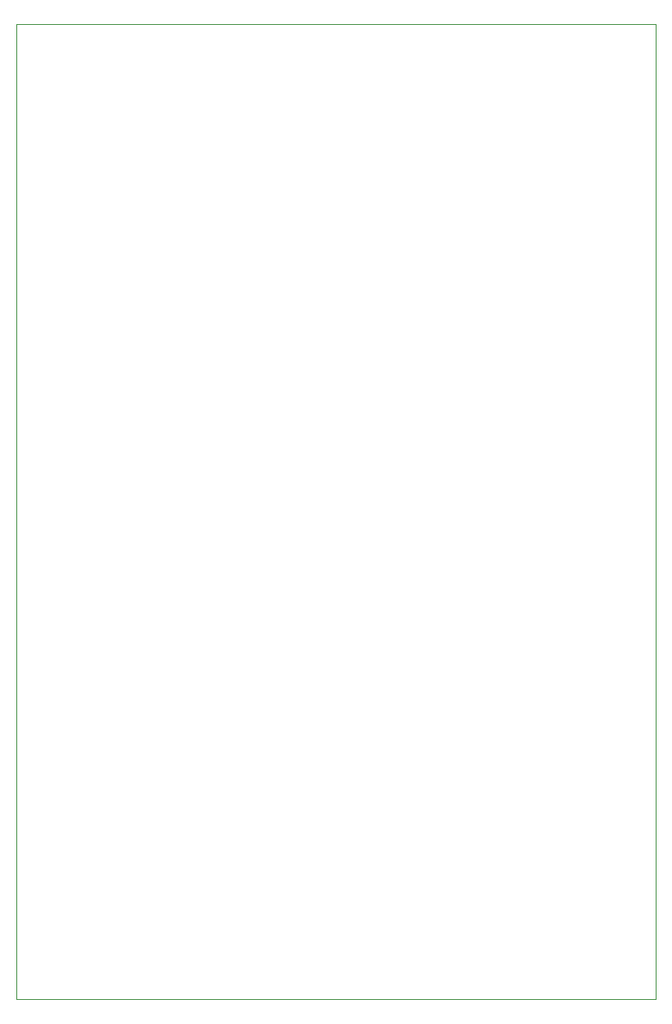
<source format=gbr>
%TF.GenerationSoftware,KiCad,Pcbnew,(5.1.7)-1*%
%TF.CreationDate,2020-10-18T12:33:11-05:00*%
%TF.ProjectId,Programmer Board,50726f67-7261-46d6-9d65-7220426f6172,A*%
%TF.SameCoordinates,Original*%
%TF.FileFunction,Profile,NP*%
%FSLAX46Y46*%
G04 Gerber Fmt 4.6, Leading zero omitted, Abs format (unit mm)*
G04 Created by KiCad (PCBNEW (5.1.7)-1) date 2020-10-18 12:33:11*
%MOMM*%
%LPD*%
G01*
G04 APERTURE LIST*
%TA.AperFunction,Profile*%
%ADD10C,0.050000*%
%TD*%
G04 APERTURE END LIST*
D10*
X107500000Y-71750000D02*
X170500000Y-71750000D01*
X107500000Y-167750000D02*
X107500000Y-71750000D01*
X170500000Y-167750000D02*
X107500000Y-167750000D01*
X170500000Y-71750000D02*
X170500000Y-167750000D01*
M02*

</source>
